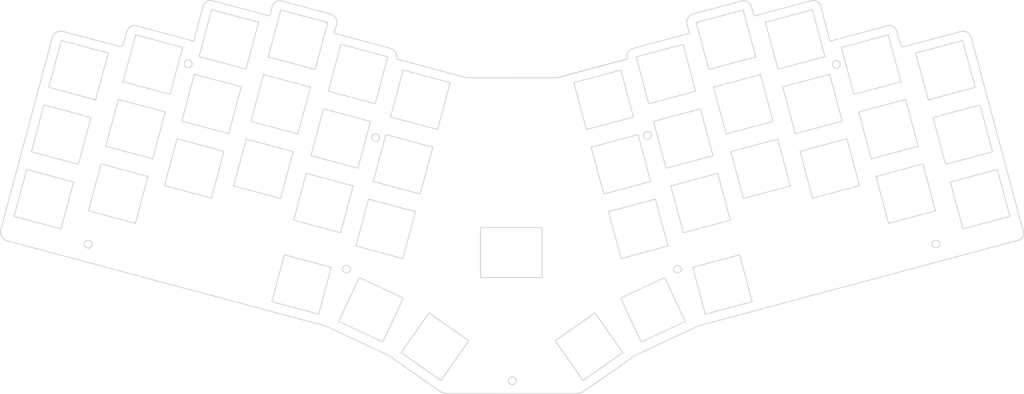
<source format=kicad_pcb>
(kicad_pcb (version 20171130) (host pcbnew "(5.1.10)-1")

  (general
    (thickness 1.6)
    (drawings 288)
    (tracks 0)
    (zones 0)
    (modules 0)
    (nets 1)
  )

  (page A4)
  (layers
    (0 F.Cu signal)
    (31 B.Cu signal)
    (32 B.Adhes user)
    (33 F.Adhes user)
    (34 B.Paste user)
    (35 F.Paste user)
    (36 B.SilkS user)
    (37 F.SilkS user)
    (38 B.Mask user)
    (39 F.Mask user)
    (40 Dwgs.User user)
    (41 Cmts.User user)
    (42 Eco1.User user)
    (43 Eco2.User user)
    (44 Edge.Cuts user)
    (45 Margin user)
    (46 B.CrtYd user)
    (47 F.CrtYd user)
    (48 B.Fab user)
    (49 F.Fab user)
  )

  (setup
    (last_trace_width 0.254)
    (trace_clearance 0.2)
    (zone_clearance 0.508)
    (zone_45_only no)
    (trace_min 0.2)
    (via_size 0.8)
    (via_drill 0.4)
    (via_min_size 0.4)
    (via_min_drill 0.3)
    (uvia_size 0.3)
    (uvia_drill 0.1)
    (uvias_allowed no)
    (uvia_min_size 0.2)
    (uvia_min_drill 0.1)
    (edge_width 0.05)
    (segment_width 0.2)
    (pcb_text_width 0.3)
    (pcb_text_size 1.5 1.5)
    (mod_edge_width 0.12)
    (mod_text_size 1 1)
    (mod_text_width 0.15)
    (pad_size 1.524 1.524)
    (pad_drill 0.762)
    (pad_to_mask_clearance 0)
    (aux_axis_origin 0 0)
    (visible_elements 7FFFFFFF)
    (pcbplotparams
      (layerselection 0x010fc_ffffffff)
      (usegerberextensions false)
      (usegerberattributes true)
      (usegerberadvancedattributes true)
      (creategerberjobfile true)
      (excludeedgelayer true)
      (linewidth 0.100000)
      (plotframeref false)
      (viasonmask false)
      (mode 1)
      (useauxorigin false)
      (hpglpennumber 1)
      (hpglpenspeed 20)
      (hpglpendiameter 15.000000)
      (psnegative false)
      (psa4output false)
      (plotreference true)
      (plotvalue true)
      (plotinvisibletext false)
      (padsonsilk false)
      (subtractmaskfromsilk false)
      (outputformat 1)
      (mirror false)
      (drillshape 0)
      (scaleselection 1)
      (outputdirectory "gerbers/"))
  )

  (net 0 "")

  (net_class Default "This is the default net class."
    (clearance 0.2)
    (trace_width 0.254)
    (via_dia 0.8)
    (via_drill 0.4)
    (uvia_dia 0.3)
    (uvia_drill 0.1)
  )

  (net_class Power ""
    (clearance 0.2)
    (trace_width 0.381)
    (via_dia 0.8)
    (via_drill 0.4)
    (uvia_dia 0.3)
    (uvia_drill 0.1)
  )

  (gr_line (start 166.269862 157.750269) (end 130.192997 157.747828) (layer Edge.Cuts) (width 0.25))
  (gr_line (start 182.673624 59.544899) (end 198.70758 55.248666) (layer Edge.Cuts) (width 0.25))
  (gr_curve (pts (xy 17.655258 56.528956) (xy 18.013829 55.191124) (xy 19.387652 54.395993) (xy 20.726294 54.751524)) (layer Edge.Cuts) (width 0.25))
  (gr_curve (pts (xy 215.24386 46.306863) (xy 215.784283 46.62125) (xy 216.176952 47.138246) (xy 216.334796 47.74321)) (layer Edge.Cuts) (width 0.25))
  (gr_curve (pts (xy 233.290911 45.982424) (xy 233.852994 45.831816) (xy 234.451914 45.911262) (xy 234.955293 46.203201)) (layer Edge.Cuts) (width 0.25))
  (gr_curve (pts (xy 181.198136 60.68493) (xy 181.517666 60.122848) (xy 182.049097 59.712239) (xy 182.673624 59.544899)) (layer Edge.Cuts) (width 0.25))
  (gr_curve (pts (xy 148.774398 155.111344) (xy 149.185168 154.941198) (xy 149.452996 154.540364) (xy 149.452996 154.09575)) (layer Edge.Cuts) (width 0.25))
  (gr_line (start 259.708217 59.035807) (end 275.783191 54.75432) (layer Edge.Cuts) (width 0.25))
  (gr_line (start 238.600822 57.499107) (end 255.045016 53.092951) (layer Edge.Cuts) (width 0.25))
  (gr_curve (pts (xy 149.131027 153.318448) (xy 148.924874 153.112295) (xy 148.64527 152.996479) (xy 148.353725 152.996479)) (layer Edge.Cuts) (width 0.25))
  (gr_curve (pts (xy 213.456008 46.068492) (xy 214.059922 45.906676) (xy 214.703438 45.992475) (xy 215.24386 46.306863)) (layer Edge.Cuts) (width 0.25))
  (gr_curve (pts (xy 180.9733 62.535925) (xy 180.797626 61.913691) (xy 180.878606 61.247012) (xy 181.198136 60.68493)) (layer Edge.Cuts) (width 0.25))
  (gr_line (start 127.48187 156.892811) (end 113.099417 146.820647) (layer Edge.Cuts) (width 0.25))
  (gr_line (start 148.353725 152.996479) (end 148.353725 152.996479) (layer Edge.Cuts) (width 0.25))
  (gr_line (start 113.099417 146.820647) (end 95.179717 138.464047) (layer Edge.Cuts) (width 0.25))
  (gr_curve (pts (xy 275.783191 54.75432) (xy 277.076196 54.409934) (xy 278.403868 55.177617) (xy 278.750445 56.470036)) (layer Edge.Cuts) (width 0.25))
  (gr_line (start 199.740824 49.743418) (end 213.456008 46.068492) (layer Edge.Cuts) (width 0.25))
  (gr_curve (pts (xy 98.190726 50.945996) (xy 98.51901 51.521301) (xy 98.603611 52.203992) (xy 98.425687 52.842028)) (layer Edge.Cuts) (width 0.25))
  (gr_line (start 135.3295 67.900407) (end 161.12828 67.905487) (layer Edge.Cuts) (width 0.25))
  (gr_curve (pts (xy 95.179717 138.464047) (xy 28.719411 120.690638) (xy 26.348672 120.05721) (xy 4.8264 114.276488)) (layer Edge.Cuts) (width 0.25))
  (gr_line (start 198.70758 55.248666) (end 198.012674 52.78104) (layer Edge.Cuts) (width 0.25))
  (gr_curve (pts (xy 113.741194 59.528896) (xy 114.377542 59.699379) (xy 114.918503 60.11879) (xy 115.242151 60.692599)) (layer Edge.Cuts) (width 0.25))
  (gr_line (start 79.452037 50.341386) (end 80.122884 47.730562) (layer Edge.Cuts) (width 0.25))
  (gr_line (start 235.973471 47.5382) (end 238.600822 57.499107) (layer Edge.Cuts) (width 0.25))
  (gr_line (start 216.334796 47.74321) (end 217.013362 50.343926) (layer Edge.Cuts) (width 0.25))
  (gr_line (start 268.7035 114.096379) (end 268.7035 114.096379) (layer Edge.Cuts) (width 0.25))
  (gr_line (start 97.755277 55.246126) (end 113.741194 59.528896) (layer Edge.Cuts) (width 0.25))
  (gr_line (start 201.283142 138.466691) (end 183.36598 146.823291) (layer Edge.Cuts) (width 0.25))
  (gr_curve (pts (xy 96.677921 49.779134) (xy 97.317736 49.950547) (xy 97.862442 50.370691) (xy 98.190726 50.945996)) (layer Edge.Cuts) (width 0.25))
  (gr_line (start 98.425687 52.842028) (end 97.755277 55.246126) (layer Edge.Cuts) (width 0.25))
  (gr_curve (pts (xy 115.242151 60.692599) (xy 115.565798 61.266407) (xy 115.644896 61.946325) (xy 115.461617 62.579106)) (layer Edge.Cuts) (width 0.25))
  (gr_line (start 20.726294 54.751524) (end 36.713994 58.997707) (layer Edge.Cuts) (width 0.25))
  (gr_line (start 183.36598 146.823291) (end 168.981055 156.895546) (layer Edge.Cuts) (width 0.25))
  (gr_curve (pts (xy 198.241978 50.901098) (xy 198.566703 50.330319) (xy 199.106513 49.913379) (xy 199.740824 49.743418)) (layer Edge.Cuts) (width 0.25))
  (gr_curve (pts (xy 4.8264 114.276488) (xy 3.461712 113.909943) (xy 2.651973 112.506336) (xy 3.017795 111.141451)) (layer Edge.Cuts) (width 0.25))
  (gr_curve (pts (xy 168.981055 156.895546) (xy 168.186449 157.451926) (xy 167.239891 157.750335) (xy 166.269862 157.750269)) (layer Edge.Cuts) (width 0.25))
  (gr_curve (pts (xy 293.555673 111.680209) (xy 293.840762 112.743335) (xy 293.210004 113.836146) (xy 292.146836 114.121065)) (layer Edge.Cuts) (width 0.25))
  (gr_line (start 180.9733 62.535927) (end 180.9733 62.535925) (layer Edge.Cuts) (width 0.25))
  (gr_curve (pts (xy 130.192997 157.747828) (xy 129.222964 157.747763) (xy 128.276437 157.449253) (xy 127.48187 156.892811)) (layer Edge.Cuts) (width 0.25))
  (gr_line (start 3.017795 111.141451) (end 17.655258 56.528956) (layer Edge.Cuts) (width 0.25))
  (gr_curve (pts (xy 234.955293 46.203201) (xy 235.458672 46.495141) (xy 235.825059 46.975534) (xy 235.973471 47.5382)) (layer Edge.Cuts) (width 0.25))
  (gr_curve (pts (xy 292.146836 114.121065) (xy 252.181001 124.831524) (xy 251.401645 125.039674) (xy 201.283142 138.466691)) (layer Edge.Cuts) (width 0.25))
  (gr_curve (pts (xy 257.529811 54.523109) (xy 258.808446 59.216911) (xy 258.896738 59.191639) (xy 259.708217 59.035807)) (layer Edge.Cuts) (width 0.25))
  (gr_curve (pts (xy 38.902182 54.649039) (xy 39.214033 53.499525) (xy 40.394932 52.816294) (xy 41.545425 53.124521)) (layer Edge.Cuts) (width 0.25))
  (gr_curve (pts (xy 198.012674 52.78104) (xy 197.834668 52.14894) (xy 197.917252 51.471878) (xy 198.241978 50.901098)) (layer Edge.Cuts) (width 0.25))
  (gr_curve (pts (xy 147.576424 154.873052) (xy 147.890813 155.187441) (xy 148.363629 155.28149) (xy 148.774398 155.111344)) (layer Edge.Cuts) (width 0.25))
  (gr_curve (pts (xy 149.452996 154.09575) (xy 149.452996 153.804205) (xy 149.337181 153.524602) (xy 149.131027 153.318448)) (layer Edge.Cuts) (width 0.25))
  (gr_line (start 278.750445 56.470036) (end 293.555673 111.680209) (layer Edge.Cuts) (width 0.25))
  (gr_curve (pts (xy 255.045016 53.092951) (xy 256.125044 52.803562) (xy 257.235933 53.444296) (xy 257.529811 54.523109)) (layer Edge.Cuts) (width 0.25))
  (gr_line (start 161.12828 67.905487) (end 180.9733 62.535927) (layer Edge.Cuts) (width 0.25))
  (gr_line (start 63.232941 45.995546) (end 79.452037 50.341386) (layer Edge.Cuts) (width 0.25))
  (gr_curve (pts (xy 60.476495 47.594174) (xy 60.628995 47.01601) (xy 61.005473 46.522385) (xy 61.522717 46.222405)) (layer Edge.Cuts) (width 0.25))
  (gr_line (start 115.461617 62.579106) (end 135.3295 67.900407) (layer Edge.Cuts) (width 0.25))
  (gr_line (start 82.923592 46.094227) (end 96.677921 49.779134) (layer Edge.Cuts) (width 0.25))
  (gr_curve (pts (xy 81.181882 46.328139) (xy 81.707946 46.020782) (xy 82.335075 45.936559) (xy 82.923592 46.094227)) (layer Edge.Cuts) (width 0.25))
  (gr_curve (pts (xy 36.713994 58.997707) (xy 37.552812 59.222467) (xy 37.779248 58.788285) (xy 38.902182 54.649039)) (layer Edge.Cuts) (width 0.25))
  (gr_curve (pts (xy 80.122884 47.730562) (xy 80.27451 47.14046) (xy 80.655818 46.635496) (xy 81.181882 46.328139)) (layer Edge.Cuts) (width 0.25))
  (gr_curve (pts (xy 147.338132 153.675077) (xy 147.167985 154.085847) (xy 147.262034 154.558663) (xy 147.576424 154.873052)) (layer Edge.Cuts) (width 0.25))
  (gr_line (start 57.864577 57.496567) (end 60.476495 47.594174) (layer Edge.Cuts) (width 0.25))
  (gr_line (start 41.545425 53.124521) (end 57.864577 57.496567) (layer Edge.Cuts) (width 0.25))
  (gr_curve (pts (xy 61.522717 46.222405) (xy 62.03996 45.922424) (xy 62.655377 45.84079) (xy 63.232941 45.995546)) (layer Edge.Cuts) (width 0.25))
  (gr_line (start 217.013362 50.343926) (end 233.290911 45.982424) (layer Edge.Cuts) (width 0.25))
  (gr_curve (pts (xy 57.060856 63.128355) (xy 56.854703 62.922203) (xy 56.575099 62.806387) (xy 56.283554 62.806387)) (layer Edge.Cuts) (width 0.25))
  (gr_line (start 37.78194 69.0375) (end 41.35572 55.70758) (layer Edge.Cuts) (width 0.25))
  (gr_curve (pts (xy 148.353725 152.996479) (xy 147.909112 152.996479) (xy 147.508278 153.264308) (xy 147.338132 153.675077)) (layer Edge.Cuts) (width 0.25))
  (gr_curve (pts (xy 57.382825 63.905658) (xy 57.382825 63.614113) (xy 57.267009 63.33451) (xy 57.060856 63.128355)) (layer Edge.Cuts) (width 0.25))
  (gr_line (start 240.433559 63.026403) (end 240.433559 63.026403) (layer Edge.Cuts) (width 0.25))
  (gr_curve (pts (xy 269.480802 114.418348) (xy 269.274649 114.212195) (xy 268.995044 114.096379) (xy 268.7035 114.096379)) (layer Edge.Cuts) (width 0.25))
  (gr_curve (pts (xy 187.862886 84.32576) (xy 187.862886 83.71865) (xy 187.370726 83.226489) (xy 186.763616 83.226489)) (layer Edge.Cuts) (width 0.25))
  (gr_curve (pts (xy 269.80277 115.19565) (xy 269.80277 114.904105) (xy 269.686955 114.624502) (xy 269.480802 114.418348)) (layer Edge.Cuts) (width 0.25))
  (gr_curve (pts (xy 102.020883 121.558288) (xy 101.81473 121.352135) (xy 101.535126 121.236319) (xy 101.243581 121.236319)) (layer Edge.Cuts) (width 0.25))
  (gr_curve (pts (xy 28.963019 115.255594) (xy 28.963019 114.964049) (xy 28.847203 114.684446) (xy 28.64105 114.478292)) (layer Edge.Cuts) (width 0.25))
  (gr_curve (pts (xy 102.342852 122.33559) (xy 102.342852 122.044045) (xy 102.227036 121.764442) (xy 102.020883 121.558288)) (layer Edge.Cuts) (width 0.25))
  (gr_curve (pts (xy 185.986314 85.103062) (xy 186.300703 85.417451) (xy 186.773519 85.5115) (xy 187.184288 85.341354)) (layer Edge.Cuts) (width 0.25))
  (gr_curve (pts (xy 195.283789 121.286355) (xy 194.839176 121.286355) (xy 194.438341 121.554183) (xy 194.268195 121.964953)) (layer Edge.Cuts) (width 0.25))
  (gr_curve (pts (xy 101.664254 123.351184) (xy 102.075023 123.181038) (xy 102.342852 122.780204) (xy 102.342852 122.33559)) (layer Edge.Cuts) (width 0.25))
  (gr_line (start 59.37194 61.87978) (end 62.94318 48.54986) (layer Edge.Cuts) (width 0.25))
  (gr_curve (pts (xy 27.863748 116.354865) (xy 28.470859 116.354865) (xy 28.963019 115.862705) (xy 28.963019 115.255594)) (layer Edge.Cuts) (width 0.25))
  (gr_line (start 95.92 52.21) (end 82.59008 48.63876) (layer Edge.Cuts) (width 0.25))
  (gr_curve (pts (xy 26.764477 115.255594) (xy 26.764477 115.862705) (xy 27.256637 116.354865) (xy 27.863748 116.354865)) (layer Edge.Cuts) (width 0.25))
  (gr_curve (pts (xy 27.863748 114.156323) (xy 27.256637 114.156323) (xy 26.764477 114.648484) (xy 26.764477 115.255594)) (layer Edge.Cuts) (width 0.25))
  (gr_curve (pts (xy 194.268195 121.964953) (xy 194.098049 122.375722) (xy 194.192098 122.848538) (xy 194.506487 123.162927)) (layer Edge.Cuts) (width 0.25))
  (gr_line (start 59.37194 61.87978) (end 72.70186 65.45356) (layer Edge.Cuts) (width 0.25))
  (gr_curve (pts (xy 55.26796 63.484985) (xy 55.097814 63.895755) (xy 55.191863 64.368571) (xy 55.506252 64.68296)) (layer Edge.Cuts) (width 0.25))
  (gr_line (start 161.1345 67.90974) (end 180.97952 62.54018) (layer Edge.Cuts) (width 0.25))
  (gr_curve (pts (xy 100.227987 121.914917) (xy 100.057841 122.325687) (xy 100.15189 122.798503) (xy 100.466279 123.112892)) (layer Edge.Cuts) (width 0.25))
  (gr_line (start 76.2731 52.12364) (end 72.70186 65.45356) (layer Edge.Cuts) (width 0.25))
  (gr_curve (pts (xy 28.64105 114.478292) (xy 28.434897 114.272139) (xy 28.155293 114.156323) (xy 27.863748 114.156323)) (layer Edge.Cuts) (width 0.25))
  (gr_curve (pts (xy 267.687905 114.774977) (xy 267.51776 115.185747) (xy 267.611809 115.658563) (xy 267.926197 115.972952)) (layer Edge.Cuts) (width 0.25))
  (gr_curve (pts (xy 241.210861 63.348372) (xy 241.004708 63.142218) (xy 240.725104 63.026403) (xy 240.433559 63.026403)) (layer Edge.Cuts) (width 0.25))
  (gr_curve (pts (xy 110.280963 84.158312) (xy 110.07481 83.952159) (xy 109.795206 83.836343) (xy 109.503661 83.836343)) (layer Edge.Cuts) (width 0.25))
  (gr_curve (pts (xy 269.124173 116.211244) (xy 269.534941 116.041098) (xy 269.80277 115.640264) (xy 269.80277 115.19565)) (layer Edge.Cuts) (width 0.25))
  (gr_line (start 37.78194 69.0375) (end 51.11186 72.60874) (layer Edge.Cuts) (width 0.25))
  (gr_line (start 195.283789 121.286355) (end 195.283789 121.286355) (layer Edge.Cuts) (width 0.25))
  (gr_curve (pts (xy 186.763616 83.226489) (xy 186.319002 83.226489) (xy 185.918168 83.494318) (xy 185.748022 83.905087)) (layer Edge.Cuts) (width 0.25))
  (gr_curve (pts (xy 185.748022 83.905087) (xy 185.577876 84.315857) (xy 185.671924 84.788673) (xy 185.986314 85.103062)) (layer Edge.Cuts) (width 0.25))
  (gr_line (start 79.01884 61.96868) (end 92.34622 65.53992) (layer Edge.Cuts) (width 0.25))
  (gr_curve (pts (xy 241.53283 64.125674) (xy 241.53283 63.834129) (xy 241.417014 63.554525) (xy 241.210861 63.348372)) (layer Edge.Cuts) (width 0.25))
  (gr_line (start 109.503661 83.836343) (end 109.503661 83.836343) (layer Edge.Cuts) (width 0.25))
  (gr_line (start 54.68564 59.27882) (end 51.11186 72.60874) (layer Edge.Cuts) (width 0.25))
  (gr_curve (pts (xy 240.854232 65.141267) (xy 241.265001 64.971121) (xy 241.53283 64.570287) (xy 241.53283 64.125674)) (layer Edge.Cuts) (width 0.25))
  (gr_curve (pts (xy 196.38306 122.385626) (xy 196.38306 121.778515) (xy 195.8909 121.286355) (xy 195.283789 121.286355)) (layer Edge.Cuts) (width 0.25))
  (gr_curve (pts (xy 194.506487 123.162927) (xy 194.820876 123.477317) (xy 195.293692 123.571366) (xy 195.704462 123.401219)) (layer Edge.Cuts) (width 0.25))
  (gr_curve (pts (xy 56.704227 64.921252) (xy 57.114996 64.751106) (xy 57.382825 64.350272) (xy 57.382825 63.905658)) (layer Edge.Cuts) (width 0.25))
  (gr_line (start 76.2731 52.12364) (end 62.94318 48.54986) (layer Edge.Cuts) (width 0.25))
  (gr_curve (pts (xy 109.503661 83.836343) (xy 109.059047 83.836343) (xy 108.658213 84.104172) (xy 108.488067 84.514941)) (layer Edge.Cuts) (width 0.25))
  (gr_curve (pts (xy 239.656257 64.902975) (xy 239.970646 65.217365) (xy 240.443462 65.311414) (xy 240.854232 65.141267)) (layer Edge.Cuts) (width 0.25))
  (gr_curve (pts (xy 240.433559 63.026403) (xy 239.988946 63.026403) (xy 239.588111 63.294231) (xy 239.417965 63.705001)) (layer Edge.Cuts) (width 0.25))
  (gr_line (start 186.763616 83.226489) (end 186.763616 83.226489) (layer Edge.Cuts) (width 0.25))
  (gr_curve (pts (xy 187.184288 85.341354) (xy 187.595058 85.171208) (xy 187.862886 84.770374) (xy 187.862886 84.32576)) (layer Edge.Cuts) (width 0.25))
  (gr_line (start 101.243581 121.236319) (end 101.243581 121.236319) (layer Edge.Cuts) (width 0.25))
  (gr_curve (pts (xy 195.704462 123.401219) (xy 196.115231 123.231073) (xy 196.38306 122.830239) (xy 196.38306 122.385626)) (layer Edge.Cuts) (width 0.25))
  (gr_curve (pts (xy 55.506252 64.68296) (xy 55.820641 64.997349) (xy 56.293457 65.091398) (xy 56.704227 64.921252)) (layer Edge.Cuts) (width 0.25))
  (gr_line (start 54.68564 59.27882) (end 41.35572 55.70758) (layer Edge.Cuts) (width 0.25))
  (gr_line (start 56.283554 62.806387) (end 56.283554 62.806387) (layer Edge.Cuts) (width 0.25))
  (gr_line (start 27.863748 114.156323) (end 27.863748 114.156323) (layer Edge.Cuts) (width 0.25))
  (gr_curve (pts (xy 101.243581 121.236319) (xy 100.798967 121.236319) (xy 100.398133 121.504148) (xy 100.227987 121.914917)) (layer Edge.Cuts) (width 0.25))
  (gr_curve (pts (xy 110.602932 84.935614) (xy 110.602932 84.644069) (xy 110.487116 84.364466) (xy 110.280963 84.158312)) (layer Edge.Cuts) (width 0.25))
  (gr_curve (pts (xy 56.283554 62.806387) (xy 55.83894 62.806387) (xy 55.438106 63.074215) (xy 55.26796 63.484985)) (layer Edge.Cuts) (width 0.25))
  (gr_curve (pts (xy 267.926197 115.972952) (xy 268.240586 116.287341) (xy 268.713403 116.38139) (xy 269.124173 116.211244)) (layer Edge.Cuts) (width 0.25))
  (gr_curve (pts (xy 239.417965 63.705001) (xy 239.247819 64.11577) (xy 239.341868 64.588586) (xy 239.656257 64.902975)) (layer Edge.Cuts) (width 0.25))
  (gr_curve (pts (xy 108.726359 85.712916) (xy 109.040748 86.027305) (xy 109.513564 86.121354) (xy 109.924334 85.951208)) (layer Edge.Cuts) (width 0.25))
  (gr_curve (pts (xy 108.488067 84.514941) (xy 108.317921 84.925711) (xy 108.41197 85.398527) (xy 108.726359 85.712916)) (layer Edge.Cuts) (width 0.25))
  (gr_curve (pts (xy 268.7035 114.096379) (xy 268.258886 114.096379) (xy 267.858052 114.364208) (xy 267.687905 114.774977)) (layer Edge.Cuts) (width 0.25))
  (gr_curve (pts (xy 109.924334 85.951208) (xy 110.335103 85.781062) (xy 110.602932 85.380228) (xy 110.602932 84.935614)) (layer Edge.Cuts) (width 0.25))
  (gr_curve (pts (xy 100.466279 123.112892) (xy 100.780668 123.427281) (xy 101.253484 123.52133) (xy 101.664254 123.351184)) (layer Edge.Cuts) (width 0.25))
  (gr_line (start 233.66928 102.1591) (end 230.09804 88.82918) (layer Edge.Cuts) (width 0.25))
  (gr_line (start 80.02976 131.60278) (end 83.601 118.27286) (layer Edge.Cuts) (width 0.25))
  (gr_line (start 233.66928 102.1591) (end 246.9992 98.58786) (layer Edge.Cuts) (width 0.25))
  (gr_line (start 116.79118 146.1011) (end 124.70582 134.79556) (layer Edge.Cuts) (width 0.25))
  (gr_line (start 80.02976 131.60278) (end 93.35968 135.17402) (layer Edge.Cuts) (width 0.25))
  (gr_line (start 196.88754 58.38728) (end 183.55762 61.96106) (layer Edge.Cuts) (width 0.25))
  (gr_line (start 191.65768 124.7397) (end 197.49206 137.24666) (layer Edge.Cuts) (width 0.25))
  (gr_line (start 171.83044 134.7981) (end 160.5249 142.71528) (layer Edge.Cuts) (width 0.25))
  (gr_line (start 168.43954 154.01828) (end 179.74508 146.10364) (layer Edge.Cuts) (width 0.25))
  (gr_line (start 212.93526 118.2754) (end 199.60534 121.84664) (layer Edge.Cuts) (width 0.25))
  (gr_line (start 243.42796 85.25794) (end 246.9992 98.58786) (layer Edge.Cuts) (width 0.25))
  (gr_line (start 265.015419 92.41566) (end 268.58666 105.74558) (layer Edge.Cuts) (width 0.25))
  (gr_line (start 191.65768 124.7397) (end 179.15072 130.57154) (layer Edge.Cuts) (width 0.25))
  (gr_line (start 203.17658 135.17656) (end 199.60534 121.84664) (layer Edge.Cuts) (width 0.25))
  (gr_line (start 86.08512 88.91554) (end 82.51134 102.24546) (layer Edge.Cuts) (width 0.25))
  (gr_line (start 168.43954 154.01828) (end 160.5249 142.71528) (layer Edge.Cuts) (width 0.25))
  (gr_line (start 196.96374 111.99398) (end 210.29366 108.42274) (layer Edge.Cuts) (width 0.25))
  (gr_line (start 96.93092 121.8441) (end 83.601 118.27286) (layer Edge.Cuts) (width 0.25))
  (gr_line (start 255.25674 109.31682) (end 251.6855 95.9869) (layer Edge.Cuts) (width 0.25))
  (gr_line (start 203.17658 135.17656) (end 216.5065 131.60532) (layer Edge.Cuts) (width 0.25))
  (gr_line (start 49.53706 98.58532) (end 53.1083 85.2554) (layer Edge.Cuts) (width 0.25))
  (gr_line (start 66.43822 88.82664) (end 62.86444 102.15656) (layer Edge.Cuts) (width 0.25))
  (gr_line (start 86.08512 88.91554) (end 72.7552 85.3443) (layer Edge.Cuts) (width 0.25))
  (gr_line (start 103.9464 115.75318) (end 117.27632 119.32442) (layer Edge.Cuts) (width 0.25))
  (gr_line (start 120.84756 105.9945) (end 117.27632 119.32442) (layer Edge.Cuts) (width 0.25))
  (gr_line (start 103.9464 115.75318) (end 107.51764 102.42326) (layer Edge.Cuts) (width 0.25))
  (gr_line (start 179.25994 119.32696) (end 192.58732 115.75572) (layer Edge.Cuts) (width 0.25))
  (gr_line (start 255.25674 109.31682) (end 268.58666 105.74558) (layer Edge.Cuts) (width 0.25))
  (gr_line (start 116.79118 146.1011) (end 128.09418 154.01574) (layer Edge.Cuts) (width 0.25))
  (gr_line (start 179.25994 119.32696) (end 175.68616 105.99704) (layer Edge.Cuts) (width 0.25))
  (gr_line (start 243.42796 85.25794) (end 230.09804 88.82918) (layer Edge.Cuts) (width 0.25))
  (gr_line (start 184.9851 143.0785) (end 179.15072 130.57154) (layer Edge.Cuts) (width 0.25))
  (gr_line (start 265.015419 92.41566) (end 251.6855 95.9869) (layer Edge.Cuts) (width 0.25))
  (gr_line (start 96.93092 121.8441) (end 93.35968 135.17402) (layer Edge.Cuts) (width 0.25))
  (gr_line (start 136.008819 142.71274) (end 124.70582 134.79556) (layer Edge.Cuts) (width 0.25))
  (gr_line (start 212.93526 118.2754) (end 216.5065 131.60532) (layer Edge.Cuts) (width 0.25))
  (gr_line (start 223.78106 85.34684) (end 210.45114 88.91808) (layer Edge.Cuts) (width 0.25))
  (gr_line (start 214.02238 102.248) (end 210.45114 88.91808) (layer Edge.Cuts) (width 0.25))
  (gr_line (start 184.9851 143.0785) (end 197.49206 137.24666) (layer Edge.Cuts) (width 0.25))
  (gr_line (start 171.83044 134.7981) (end 179.74508 146.10364) (layer Edge.Cuts) (width 0.25))
  (gr_line (start 214.02238 102.248) (end 227.3523 98.67676) (layer Edge.Cuts) (width 0.25))
  (gr_line (start 223.78106 85.34684) (end 227.3523 98.67676) (layer Edge.Cuts) (width 0.25))
  (gr_line (start 69.181419 98.67422) (end 82.51134 102.24546) (layer Edge.Cuts) (width 0.25))
  (gr_line (start 196.96374 111.99398) (end 193.3925 98.66406) (layer Edge.Cuts) (width 0.25))
  (gr_line (start 189.01608 102.4258) (end 175.68616 105.99704) (layer Edge.Cuts) (width 0.25))
  (gr_line (start 69.181419 98.67422) (end 72.7552 85.3443) (layer Edge.Cuts) (width 0.25))
  (gr_line (start 136.008819 142.71274) (end 128.09418 154.01574) (layer Edge.Cuts) (width 0.25))
  (gr_line (start 120.84756 105.9945) (end 107.51764 102.42326) (layer Edge.Cuts) (width 0.25))
  (gr_line (start 189.01608 102.4258) (end 192.58732 115.75572) (layer Edge.Cuts) (width 0.25))
  (gr_line (start 206.72242 95.09282) (end 193.3925 98.66406) (layer Edge.Cuts) (width 0.25))
  (gr_line (start 206.72242 95.09282) (end 210.29366 108.42274) (layer Edge.Cuts) (width 0.25))
  (gr_line (start 156.80126 124.73462) (end 139.3032 124.73462) (layer Edge.Cuts) (width 0.25))
  (gr_line (start 91.1575 90.0687) (end 104.48742 93.63994) (layer Edge.Cuts) (width 0.25))
  (gr_line (start 86.24006 108.4202) (end 99.56998 111.99144) (layer Edge.Cuts) (width 0.25))
  (gr_line (start 28.63794 79.217819) (end 15.30802 75.64404) (layer Edge.Cuts) (width 0.25))
  (gr_line (start 33.55538 60.86378) (end 29.9816 74.1937) (layer Edge.Cuts) (width 0.25))
  (gr_line (start 11.73424 88.97396) (end 25.06416 92.54774) (layer Edge.Cuts) (width 0.25))
  (gr_line (start 6.8168 107.328) (end 20.14672 110.89924) (layer Edge.Cuts) (width 0.25))
  (gr_line (start 276.387 110.90178) (end 272.81576 97.57186) (layer Edge.Cuts) (width 0.25))
  (gr_line (start 117.383 130.569) (end 104.87604 124.73716) (layer Edge.Cuts) (width 0.25))
  (gr_line (start 99.0442 137.24412) (end 104.87604 124.73716) (layer Edge.Cuts) (width 0.25))
  (gr_line (start 86.24006 108.4202) (end 89.81384 95.09028) (layer Edge.Cuts) (width 0.25))
  (gr_line (start 286.14568 94.00062) (end 289.71692 107.33054) (layer Edge.Cuts) (width 0.25))
  (gr_line (start 103.14376 98.66406) (end 99.56998 111.99144) (layer Edge.Cuts) (width 0.25))
  (gr_line (start 23.7205 97.56932) (end 10.39058 93.99808) (layer Edge.Cuts) (width 0.25))
  (gr_line (start 91.1575 90.0687) (end 94.73128 76.73878) (layer Edge.Cuts) (width 0.25))
  (gr_line (start 16.65168 70.62246) (end 29.9816 74.1937) (layer Edge.Cuts) (width 0.25))
  (gr_line (start 156.80126 124.73462) (end 156.80126 110.53348) (layer Edge.Cuts) (width 0.25))
  (gr_line (start 139.3032 110.53348) (end 139.3032 124.73462) (layer Edge.Cuts) (width 0.25))
  (gr_line (start 276.3108 57.29508) (end 279.88204 70.625) (layer Edge.Cuts) (width 0.25))
  (gr_line (start 281.22824 75.64658) (end 284.79948 88.9765) (layer Edge.Cuts) (width 0.25))
  (gr_line (start 271.46956 92.54774) (end 267.89832 79.217819) (layer Edge.Cuts) (width 0.25))
  (gr_line (start 23.7205 97.56932) (end 20.14672 110.89924) (layer Edge.Cuts) (width 0.25))
  (gr_line (start 276.387 110.90178) (end 289.71692 107.33054) (layer Edge.Cuts) (width 0.25))
  (gr_line (start 112.97864 61.95852) (end 109.40486 75.28844) (layer Edge.Cuts) (width 0.25))
  (gr_line (start 281.22824 75.64658) (end 267.89832 79.217819) (layer Edge.Cuts) (width 0.25))
  (gr_line (start 271.46956 92.54774) (end 284.79948 88.9765) (layer Edge.Cuts) (width 0.25))
  (gr_line (start 16.65168 70.62246) (end 20.22546 57.29254) (layer Edge.Cuts) (width 0.25))
  (gr_line (start 33.55538 60.86378) (end 20.22546 57.29254) (layer Edge.Cuts) (width 0.25))
  (gr_line (start 6.8168 107.328) (end 10.39058 93.99808) (layer Edge.Cuts) (width 0.25))
  (gr_line (start 187.12886 75.28844) (end 200.45878 71.7172) (layer Edge.Cuts) (width 0.25))
  (gr_line (start 187.12886 75.28844) (end 183.55762 61.96106) (layer Edge.Cuts) (width 0.25))
  (gr_line (start 196.88754 58.38728) (end 200.45878 71.7172) (layer Edge.Cuts) (width 0.25))
  (gr_line (start 99.0442 137.24412) (end 111.55116 143.07596) (layer Edge.Cuts) (width 0.25))
  (gr_line (start 286.14568 94.00062) (end 272.81576 97.57186) (layer Edge.Cuts) (width 0.25))
  (gr_line (start 96.07494 71.71466) (end 109.40486 75.28844) (layer Edge.Cuts) (width 0.25))
  (gr_line (start 96.07494 71.71466) (end 99.64872 58.38474) (layer Edge.Cuts) (width 0.25))
  (gr_line (start 139.3032 110.53348) (end 156.80126 110.53348) (layer Edge.Cuts) (width 0.25))
  (gr_line (start 117.383 130.569) (end 111.55116 143.07596) (layer Edge.Cuts) (width 0.25))
  (gr_line (start 108.0612 80.31002) (end 94.73128 76.73878) (layer Edge.Cuts) (width 0.25))
  (gr_line (start 28.63794 79.217819) (end 25.06416 92.54774) (layer Edge.Cuts) (width 0.25))
  (gr_line (start 108.0612 80.31002) (end 104.48742 93.63994) (layer Edge.Cuts) (width 0.25))
  (gr_line (start 112.97864 61.95852) (end 99.64872 58.38474) (layer Edge.Cuts) (width 0.25))
  (gr_line (start 103.14376 98.66406) (end 89.81384 95.09028) (layer Edge.Cuts) (width 0.25))
  (gr_line (start 266.552119 74.19624) (end 262.98088 60.86632) (layer Edge.Cuts) (width 0.25))
  (gr_line (start 266.552119 74.19624) (end 279.88204 70.625) (layer Edge.Cuts) (width 0.25))
  (gr_line (start 276.3108 57.29508) (end 262.98088 60.86632) (layer Edge.Cuts) (width 0.25))
  (gr_line (start 11.73424 88.97396) (end 15.30802 75.64404) (layer Edge.Cuts) (width 0.25))
  (gr_line (start 130.682439 69.28896) (end 117.35252 65.71772) (layer Edge.Cuts) (width 0.25))
  (gr_line (start 218.86362 66.9928) (end 222.43486 80.32272) (layer Edge.Cuts) (width 0.25))
  (gr_line (start 113.78128 79.04764) (end 127.1112 82.61888) (layer Edge.Cuts) (width 0.25))
  (gr_line (start 113.78128 79.04764) (end 117.35252 65.71772) (layer Edge.Cuts) (width 0.25))
  (gr_line (start 130.682439 69.28896) (end 127.1112 82.61888) (layer Edge.Cuts) (width 0.25))
  (gr_line (start 184.09864 84.0743) (end 187.66988 97.40422) (layer Edge.Cuts) (width 0.25))
  (gr_line (start 179.1812 65.72026) (end 165.85128 69.2915) (layer Edge.Cuts) (width 0.25))
  (gr_line (start 233.59308 48.5524) (end 237.16432 61.88232) (layer Edge.Cuts) (width 0.25))
  (gr_line (start 245.42186 72.61128) (end 258.751779 69.04004) (layer Edge.Cuts) (width 0.25))
  (gr_line (start 49.7682 77.63286) (end 46.19442 90.96024) (layer Edge.Cuts) (width 0.25))
  (gr_line (start 71.35566 70.47514) (end 67.78442 83.80506) (layer Edge.Cuts) (width 0.25))
  (gr_line (start 218.86362 66.9928) (end 205.5337 70.56658) (layer Edge.Cuts) (width 0.25))
  (gr_line (start 250.3393 90.96278) (end 263.669219 87.39154) (layer Edge.Cuts) (width 0.25))
  (gr_line (start 169.42252 82.62142) (end 165.85128 69.2915) (layer Edge.Cuts) (width 0.25))
  (gr_line (start 213.94618 48.6413) (end 217.51742 61.97122) (layer Edge.Cuts) (width 0.25))
  (gr_line (start 213.94618 48.6413) (end 200.61626 52.21254) (layer Edge.Cuts) (width 0.25))
  (gr_line (start 49.53706 98.58532) (end 62.86444 102.15656) (layer Edge.Cuts) (width 0.25))
  (gr_line (start 174.33996 100.97546) (end 187.66988 97.40422) (layer Edge.Cuts) (width 0.25))
  (gr_line (start 255.18054 55.71012) (end 241.85062 59.28136) (layer Edge.Cuts) (width 0.25))
  (gr_line (start 74.09886 80.32018) (end 77.67264 66.99026) (layer Edge.Cuts) (width 0.25))
  (gr_line (start 44.85076 95.98436) (end 31.52084 92.41312) (layer Edge.Cuts) (width 0.25))
  (gr_line (start 238.51052 66.90644) (end 242.08176 80.23636) (layer Edge.Cuts) (width 0.25))
  (gr_line (start 108.86384 97.40168) (end 122.19376 100.97292) (layer Edge.Cuts) (width 0.25))
  (gr_line (start 260.097979 74.06162) (end 246.76806 77.63286) (layer Edge.Cuts) (width 0.25))
  (gr_line (start 27.94706 105.74304) (end 41.27698 109.31428) (layer Edge.Cuts) (width 0.25))
  (gr_line (start 169.42252 82.62142) (end 182.75244 79.05018) (layer Edge.Cuts) (width 0.25))
  (gr_line (start 44.85076 95.98436) (end 41.27698 109.31428) (layer Edge.Cuts) (width 0.25))
  (gr_line (start 179.1812 65.72026) (end 182.75244 79.05018) (layer Edge.Cuts) (width 0.25))
  (gr_line (start 245.42186 72.61128) (end 241.85062 59.28136) (layer Edge.Cuts) (width 0.25))
  (gr_line (start 204.1875 65.54246) (end 217.51742 61.97122) (layer Edge.Cuts) (width 0.25))
  (gr_line (start 233.59308 48.5524) (end 220.26316 52.12364) (layer Edge.Cuts) (width 0.25))
  (gr_line (start 223.8344 65.45356) (end 237.16432 61.88232) (layer Edge.Cuts) (width 0.25))
  (gr_line (start 108.86384 97.40168) (end 112.43508 84.07176) (layer Edge.Cuts) (width 0.25))
  (gr_line (start 228.75184 83.8076) (end 225.1806 70.47768) (layer Edge.Cuts) (width 0.25))
  (gr_line (start 54.4545 80.23382) (end 67.78442 83.80506) (layer Edge.Cuts) (width 0.25))
  (gr_line (start 209.10494 83.89396) (end 222.43486 80.32272) (layer Edge.Cuts) (width 0.25))
  (gr_line (start 91.00256 70.56404) (end 87.42878 83.89396) (layer Edge.Cuts) (width 0.25))
  (gr_line (start 49.7682 77.63286) (end 36.43828 74.05908) (layer Edge.Cuts) (width 0.25))
  (gr_line (start 32.8645 87.389) (end 46.19442 90.96024) (layer Edge.Cuts) (width 0.25))
  (gr_line (start 125.765 87.643) (end 122.19376 100.97292) (layer Edge.Cuts) (width 0.25))
  (gr_line (start 192.0463 93.64248) (end 188.47506 80.31256) (layer Edge.Cuts) (width 0.25))
  (gr_line (start 201.80498 76.74132) (end 188.47506 80.31256) (layer Edge.Cuts) (width 0.25))
  (gr_line (start 209.10494 83.89396) (end 205.5337 70.56658) (layer Edge.Cuts) (width 0.25))
  (gr_line (start 238.51052 66.90644) (end 225.1806 70.47768) (layer Edge.Cuts) (width 0.25))
  (gr_line (start 250.3393 90.96278) (end 246.76806 77.63286) (layer Edge.Cuts) (width 0.25))
  (gr_line (start 66.43822 88.82664) (end 53.1083 85.2554) (layer Edge.Cuts) (width 0.25))
  (gr_line (start 223.8344 65.45356) (end 220.26316 52.12364) (layer Edge.Cuts) (width 0.25))
  (gr_line (start 255.18054 55.71012) (end 258.751779 69.04004) (layer Edge.Cuts) (width 0.25))
  (gr_line (start 32.8645 87.389) (end 36.43828 74.05908) (layer Edge.Cuts) (width 0.25))
  (gr_line (start 71.35566 70.47514) (end 58.02574 66.9039) (layer Edge.Cuts) (width 0.25))
  (gr_line (start 91.00256 70.56404) (end 77.67264 66.99026) (layer Edge.Cuts) (width 0.25))
  (gr_line (start 201.80498 76.74132) (end 205.37622 90.07124) (layer Edge.Cuts) (width 0.25))
  (gr_line (start 260.097979 74.06162) (end 263.669219 87.39154) (layer Edge.Cuts) (width 0.25))
  (gr_line (start 125.765 87.643) (end 112.43508 84.07176) (layer Edge.Cuts) (width 0.25))
  (gr_line (start 27.94706 105.74304) (end 31.52084 92.41312) (layer Edge.Cuts) (width 0.25))
  (gr_line (start 192.0463 93.64248) (end 205.37622 90.07124) (layer Edge.Cuts) (width 0.25))
  (gr_line (start 74.09886 80.32018) (end 87.42878 83.89396) (layer Edge.Cuts) (width 0.25))
  (gr_line (start 54.4545 80.23382) (end 58.02574 66.9039) (layer Edge.Cuts) (width 0.25))
  (gr_line (start 204.1875 65.54246) (end 200.61626 52.21254) (layer Edge.Cuts) (width 0.25))
  (gr_line (start 184.09864 84.0743) (end 170.76872 87.64554) (layer Edge.Cuts) (width 0.25))
  (gr_line (start 228.75184 83.8076) (end 242.08176 80.23636) (layer Edge.Cuts) (width 0.25))
  (gr_line (start 79.01884 61.96868) (end 82.59008 48.63876) (layer Edge.Cuts) (width 0.25))
  (gr_line (start 174.33996 100.97546) (end 170.76872 87.64554) (layer Edge.Cuts) (width 0.25))
  (gr_line (start 95.92 52.21) (end 92.34622 65.53992) (layer Edge.Cuts) (width 0.25))

)

</source>
